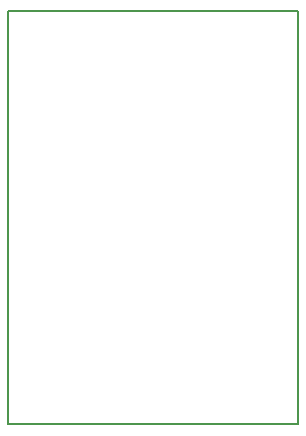
<source format=gbr>
G04 #@! TF.GenerationSoftware,KiCad,Pcbnew,(5.0.2)-1*
G04 #@! TF.CreationDate,2019-03-20T21:28:47-05:00*
G04 #@! TF.ProjectId,Contactor,436f6e74-6163-4746-9f72-2e6b69636164,rev?*
G04 #@! TF.SameCoordinates,Original*
G04 #@! TF.FileFunction,Profile,NP*
%FSLAX46Y46*%
G04 Gerber Fmt 4.6, Leading zero omitted, Abs format (unit mm)*
G04 Created by KiCad (PCBNEW (5.0.2)-1) date 3/20/2019 9:28:47 PM*
%MOMM*%
%LPD*%
G01*
G04 APERTURE LIST*
%ADD10C,0.200000*%
G04 APERTURE END LIST*
D10*
X175750000Y-124000000D02*
X175750000Y-132500000D01*
X175750000Y-132500000D02*
X171750000Y-132500000D01*
X175750000Y-106000000D02*
X175750000Y-124000000D01*
X175750000Y-106000000D02*
X175750000Y-97500000D01*
X175750000Y-97500000D02*
X171750000Y-97500000D01*
X151250000Y-97500000D02*
X151250000Y-100000000D01*
X151250000Y-102500000D02*
X151250000Y-100000000D01*
X151250000Y-102500000D02*
X151250000Y-132500000D01*
X171750000Y-97500000D02*
X151250000Y-97500000D01*
X151250000Y-132500000D02*
X171750000Y-132500000D01*
M02*

</source>
